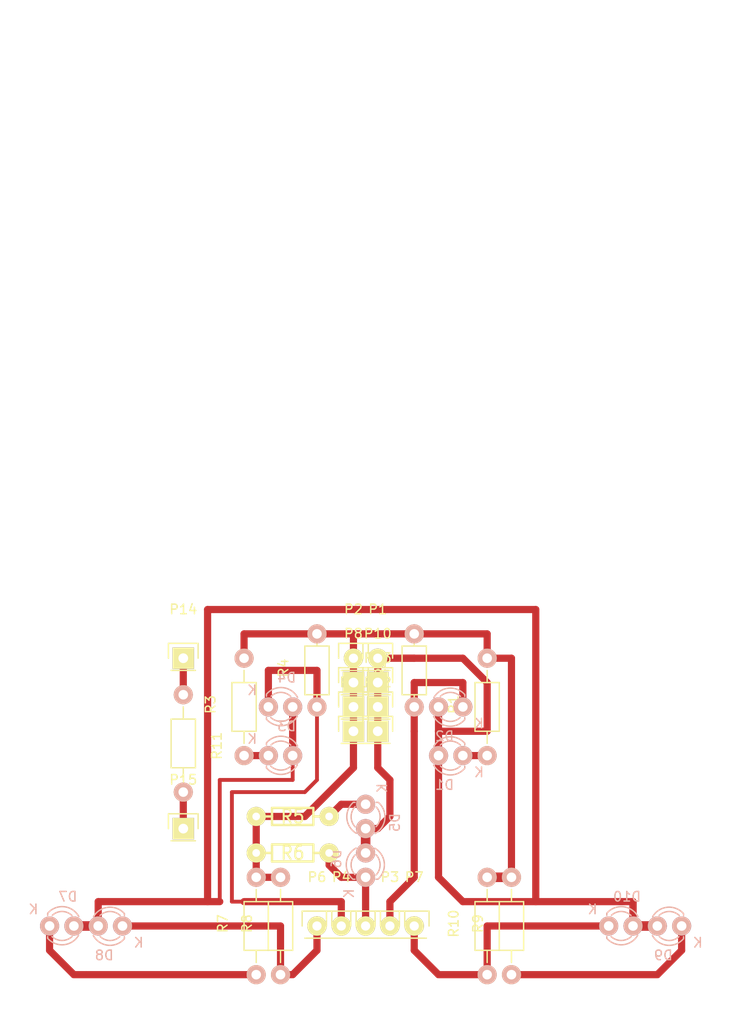
<source format=kicad_pcb>
(kicad_pcb (version 4) (host pcbnew 4.0.2+dfsg1-stable)

  (general
    (links 43)
    (no_connects 0)
    (area 109.119999 32.919999 185.520001 139.800001)
    (thickness 1.6)
    (drawings 7)
    (tracks 98)
    (zones 0)
    (modules 36)
    (nets 15)
  )

  (page A4)
  (layers
    (0 F.Cu signal)
    (31 B.Cu signal)
    (32 B.Adhes user)
    (33 F.Adhes user)
    (34 B.Paste user)
    (35 F.Paste user)
    (36 B.SilkS user)
    (37 F.SilkS user)
    (38 B.Mask user)
    (39 F.Mask user)
    (40 Dwgs.User user)
    (41 Cmts.User user)
    (42 Eco1.User user)
    (43 Eco2.User user)
    (44 Edge.Cuts user)
    (45 Margin user)
    (46 B.CrtYd user)
    (47 F.CrtYd user)
    (48 B.Fab user)
    (49 F.Fab user)
  )

  (setup
    (last_trace_width 0.25)
    (user_trace_width 0.4)
    (user_trace_width 0.75)
    (user_trace_width 1)
    (trace_clearance 0.2)
    (zone_clearance 0.508)
    (zone_45_only no)
    (trace_min 0.2)
    (segment_width 0.2)
    (edge_width 0.1)
    (via_size 0.6)
    (via_drill 0.4)
    (via_min_size 0.4)
    (via_min_drill 0.3)
    (uvia_size 0.3)
    (uvia_drill 0.1)
    (uvias_allowed no)
    (uvia_min_size 0.2)
    (uvia_min_drill 0.1)
    (pcb_text_width 0.3)
    (pcb_text_size 1.5 1.5)
    (mod_edge_width 0.15)
    (mod_text_size 1 1)
    (mod_text_width 0.15)
    (pad_size 1.5 1.5)
    (pad_drill 0.6)
    (pad_to_mask_clearance 0)
    (aux_axis_origin 0 0)
    (visible_elements FFFFFFFF)
    (pcbplotparams
      (layerselection 0x00000_00000001)
      (usegerberextensions false)
      (excludeedgelayer true)
      (linewidth 0.100000)
      (plotframeref false)
      (viasonmask false)
      (mode 1)
      (useauxorigin false)
      (hpglpennumber 1)
      (hpglpenspeed 20)
      (hpglpendiameter 15)
      (hpglpenoverlay 2)
      (psnegative false)
      (psa4output false)
      (plotreference true)
      (plotvalue true)
      (plotinvisibletext false)
      (padsonsilk false)
      (subtractmaskfromsilk false)
      (outputformat 1)
      (mirror false)
      (drillshape 0)
      (scaleselection 1)
      (outputdirectory ""))
  )

  (net 0 "")
  (net 1 "Net-(D1-Pad1)")
  (net 2 "Net-(D1-Pad2)")
  (net 3 "Net-(D2-Pad1)")
  (net 4 "Net-(D3-Pad1)")
  (net 5 "Net-(D4-Pad1)")
  (net 6 "Net-(D5-Pad1)")
  (net 7 "Net-(D6-Pad1)")
  (net 8 "Net-(D7-Pad1)")
  (net 9 "Net-(D8-Pad1)")
  (net 10 "Net-(D9-Pad1)")
  (net 11 "Net-(D10-Pad1)")
  (net 12 "Net-(P11-Pad1)")
  (net 13 "Net-(P14-Pad1)")
  (net 14 "Net-(P15-Pad1)")

  (net_class Default "This is the default net class."
    (clearance 0.2)
    (trace_width 0.25)
    (via_dia 0.6)
    (via_drill 0.4)
    (uvia_dia 0.3)
    (uvia_drill 0.1)
    (add_net "Net-(D1-Pad1)")
    (add_net "Net-(D1-Pad2)")
    (add_net "Net-(D10-Pad1)")
    (add_net "Net-(D2-Pad1)")
    (add_net "Net-(D3-Pad1)")
    (add_net "Net-(D4-Pad1)")
    (add_net "Net-(D5-Pad1)")
    (add_net "Net-(D6-Pad1)")
    (add_net "Net-(D7-Pad1)")
    (add_net "Net-(D8-Pad1)")
    (add_net "Net-(D9-Pad1)")
    (add_net "Net-(P11-Pad1)")
    (add_net "Net-(P14-Pad1)")
    (add_net "Net-(P15-Pad1)")
  )

  (module Resistors_ThroughHole:Resistor_Horizontal_RM10mm (layer F.Cu) (tedit 570E36B2) (tstamp 56E98710)
    (at 142.24 107.95 90)
    (descr "Resistor, Axial,  RM 10mm, 1/3W")
    (tags "Resistor Axial RM 10mm 1/3W")
    (path /56E975A1)
    (fp_text reference R4 (at 5.32892 -3.50012 90) (layer F.SilkS)
      (effects (font (size 1 1) (thickness 0.15)))
    )
    (fp_text value 510k (at 5.08 3.81 90) (layer F.Fab)
      (effects (font (size 1 1) (thickness 0.15)))
    )
    (fp_line (start -1.25 -1.5) (end 11.4 -1.5) (layer F.CrtYd) (width 0.05))
    (fp_line (start -1.25 1.5) (end -1.25 -1.5) (layer F.CrtYd) (width 0.05))
    (fp_line (start 11.4 -1.5) (end 11.4 1.5) (layer F.CrtYd) (width 0.05))
    (fp_line (start -1.25 1.5) (end 11.4 1.5) (layer F.CrtYd) (width 0.05))
    (fp_line (start 2.54 -1.27) (end 7.62 -1.27) (layer F.SilkS) (width 0.15))
    (fp_line (start 7.62 -1.27) (end 7.62 1.27) (layer F.SilkS) (width 0.15))
    (fp_line (start 7.62 1.27) (end 2.54 1.27) (layer F.SilkS) (width 0.15))
    (fp_line (start 2.54 1.27) (end 2.54 -1.27) (layer F.SilkS) (width 0.15))
    (fp_line (start 2.54 0) (end 1.27 0) (layer F.SilkS) (width 0.15))
    (fp_line (start 7.62 0) (end 8.89 0) (layer F.SilkS) (width 0.15))
    (pad 1 thru_hole circle (at 1.27 0 90) (size 1.99898 1.99898) (drill 1.00076) (layers *.Cu *.SilkS *.Mask)
      (net 5 "Net-(D4-Pad1)"))
    (pad 2 thru_hole circle (at 8.89 0 90) (size 1.99898 1.99898) (drill 1.00076) (layers *.Cu *.SilkS *.Mask)
      (net 12 "Net-(P11-Pad1)"))
    (model Resistors_ThroughHole.3dshapes/Resistor_Horizontal_RM10mm.wrl
      (at (xyz 0 0 0))
      (scale (xyz 0.4 0.4 0.4))
      (rotate (xyz 0 0 0))
    )
  )

  (module Resistors_ThroughHole:Resistor_Horizontal_RM10mm (layer F.Cu) (tedit 570E3694) (tstamp 56E98704)
    (at 152.4 107.95 90)
    (descr "Resistor, Axial,  RM 10mm, 1/3W")
    (tags "Resistor Axial RM 10mm 1/3W")
    (path /56E9759F)
    (fp_text reference R2 (at 5.32892 -3.50012 90) (layer F.SilkS)
      (effects (font (size 1 1) (thickness 0.15)))
    )
    (fp_text value 510k (at 5.08 3.81 90) (layer F.Fab)
      (effects (font (size 1 1) (thickness 0.15)))
    )
    (fp_line (start -1.25 -1.5) (end 11.4 -1.5) (layer F.CrtYd) (width 0.05))
    (fp_line (start -1.25 1.5) (end -1.25 -1.5) (layer F.CrtYd) (width 0.05))
    (fp_line (start 11.4 -1.5) (end 11.4 1.5) (layer F.CrtYd) (width 0.05))
    (fp_line (start -1.25 1.5) (end 11.4 1.5) (layer F.CrtYd) (width 0.05))
    (fp_line (start 2.54 -1.27) (end 7.62 -1.27) (layer F.SilkS) (width 0.15))
    (fp_line (start 7.62 -1.27) (end 7.62 1.27) (layer F.SilkS) (width 0.15))
    (fp_line (start 7.62 1.27) (end 2.54 1.27) (layer F.SilkS) (width 0.15))
    (fp_line (start 2.54 1.27) (end 2.54 -1.27) (layer F.SilkS) (width 0.15))
    (fp_line (start 2.54 0) (end 1.27 0) (layer F.SilkS) (width 0.15))
    (fp_line (start 7.62 0) (end 8.89 0) (layer F.SilkS) (width 0.15))
    (pad 1 thru_hole circle (at 1.27 0 90) (size 1.99898 1.99898) (drill 1.00076) (layers *.Cu *.SilkS *.Mask)
      (net 3 "Net-(D2-Pad1)"))
    (pad 2 thru_hole circle (at 8.89 0 90) (size 1.99898 1.99898) (drill 1.00076) (layers *.Cu *.SilkS *.Mask)
      (net 12 "Net-(P11-Pad1)"))
    (model Resistors_ThroughHole.3dshapes/Resistor_Horizontal_RM10mm.wrl
      (at (xyz 0 0 0))
      (scale (xyz 0.4 0.4 0.4))
      (rotate (xyz 0 0 0))
    )
  )

  (module LEDs:LED-3MM (layer B.Cu) (tedit 56E984C9) (tstamp 56E9869F)
    (at 157.48 111.76 180)
    (descr "LED 3mm round vertical")
    (tags "LED  3mm round vertical")
    (path /56E97596)
    (fp_text reference D1 (at 1.91 -3.06 180) (layer B.SilkS)
      (effects (font (size 1 1) (thickness 0.15)) (justify mirror))
    )
    (fp_text value LED (at 1.3 2.9 180) (layer B.Fab)
      (effects (font (size 1 1) (thickness 0.15)) (justify mirror))
    )
    (fp_line (start -1.2 -2.3) (end 3.8 -2.3) (layer B.CrtYd) (width 0.05))
    (fp_line (start 3.8 -2.3) (end 3.8 2.2) (layer B.CrtYd) (width 0.05))
    (fp_line (start 3.8 2.2) (end -1.2 2.2) (layer B.CrtYd) (width 0.05))
    (fp_line (start -1.2 2.2) (end -1.2 -2.3) (layer B.CrtYd) (width 0.05))
    (fp_line (start -0.199 -1.314) (end -0.199 -1.114) (layer B.SilkS) (width 0.15))
    (fp_line (start -0.199 1.28) (end -0.199 1.1) (layer B.SilkS) (width 0.15))
    (fp_arc (start 1.301 -0.034) (end -0.199 1.286) (angle -108.5) (layer B.SilkS) (width 0.15))
    (fp_arc (start 1.301 -0.034) (end 0.25 1.1) (angle -85.7) (layer B.SilkS) (width 0.15))
    (fp_arc (start 1.311 -0.034) (end 3.051 -0.994) (angle -110) (layer B.SilkS) (width 0.15))
    (fp_arc (start 1.301 -0.034) (end 2.335 -1.094) (angle -87.5) (layer B.SilkS) (width 0.15))
    (fp_text user K (at -1.69 -1.74 180) (layer B.SilkS)
      (effects (font (size 1 1) (thickness 0.15)) (justify mirror))
    )
    (pad 1 thru_hole circle (at 0 0 180) (size 2 2) (drill 1.00076) (layers *.Cu *.Mask B.SilkS)
      (net 1 "Net-(D1-Pad1)"))
    (pad 2 thru_hole circle (at 2.54 0 180) (size 2 2) (drill 1.00076) (layers *.Cu *.Mask B.SilkS)
      (net 2 "Net-(D1-Pad2)"))
    (model LEDs.3dshapes/LED-3MM.wrl
      (at (xyz 0.05 0 0))
      (scale (xyz 1 1 1))
      (rotate (xyz 0 0 90))
    )
  )

  (module LEDs:LED-3MM (layer B.Cu) (tedit 56E984C9) (tstamp 56E986A5)
    (at 157.48 106.68 180)
    (descr "LED 3mm round vertical")
    (tags "LED  3mm round vertical")
    (path /56E97597)
    (fp_text reference D2 (at 1.91 -3.06 180) (layer B.SilkS)
      (effects (font (size 1 1) (thickness 0.15)) (justify mirror))
    )
    (fp_text value LED (at 1.3 2.9 180) (layer B.Fab)
      (effects (font (size 1 1) (thickness 0.15)) (justify mirror))
    )
    (fp_line (start -1.2 -2.3) (end 3.8 -2.3) (layer B.CrtYd) (width 0.05))
    (fp_line (start 3.8 -2.3) (end 3.8 2.2) (layer B.CrtYd) (width 0.05))
    (fp_line (start 3.8 2.2) (end -1.2 2.2) (layer B.CrtYd) (width 0.05))
    (fp_line (start -1.2 2.2) (end -1.2 -2.3) (layer B.CrtYd) (width 0.05))
    (fp_line (start -0.199 -1.314) (end -0.199 -1.114) (layer B.SilkS) (width 0.15))
    (fp_line (start -0.199 1.28) (end -0.199 1.1) (layer B.SilkS) (width 0.15))
    (fp_arc (start 1.301 -0.034) (end -0.199 1.286) (angle -108.5) (layer B.SilkS) (width 0.15))
    (fp_arc (start 1.301 -0.034) (end 0.25 1.1) (angle -85.7) (layer B.SilkS) (width 0.15))
    (fp_arc (start 1.311 -0.034) (end 3.051 -0.994) (angle -110) (layer B.SilkS) (width 0.15))
    (fp_arc (start 1.301 -0.034) (end 2.335 -1.094) (angle -87.5) (layer B.SilkS) (width 0.15))
    (fp_text user K (at -1.69 -1.74 180) (layer B.SilkS)
      (effects (font (size 1 1) (thickness 0.15)) (justify mirror))
    )
    (pad 1 thru_hole circle (at 0 0 180) (size 2 2) (drill 1.00076) (layers *.Cu *.Mask B.SilkS)
      (net 3 "Net-(D2-Pad1)"))
    (pad 2 thru_hole circle (at 2.54 0 180) (size 2 2) (drill 1.00076) (layers *.Cu *.Mask B.SilkS)
      (net 2 "Net-(D1-Pad2)"))
    (model LEDs.3dshapes/LED-3MM.wrl
      (at (xyz 0.05 0 0))
      (scale (xyz 1 1 1))
      (rotate (xyz 0 0 90))
    )
  )

  (module LEDs:LED-3MM (layer B.Cu) (tedit 56E984C9) (tstamp 56E986AB)
    (at 137.16 111.76)
    (descr "LED 3mm round vertical")
    (tags "LED  3mm round vertical")
    (path /56E97598)
    (fp_text reference D3 (at 1.91 -3.06) (layer B.SilkS)
      (effects (font (size 1 1) (thickness 0.15)) (justify mirror))
    )
    (fp_text value LED (at 1.3 2.9) (layer B.Fab)
      (effects (font (size 1 1) (thickness 0.15)) (justify mirror))
    )
    (fp_line (start -1.2 -2.3) (end 3.8 -2.3) (layer B.CrtYd) (width 0.05))
    (fp_line (start 3.8 -2.3) (end 3.8 2.2) (layer B.CrtYd) (width 0.05))
    (fp_line (start 3.8 2.2) (end -1.2 2.2) (layer B.CrtYd) (width 0.05))
    (fp_line (start -1.2 2.2) (end -1.2 -2.3) (layer B.CrtYd) (width 0.05))
    (fp_line (start -0.199 -1.314) (end -0.199 -1.114) (layer B.SilkS) (width 0.15))
    (fp_line (start -0.199 1.28) (end -0.199 1.1) (layer B.SilkS) (width 0.15))
    (fp_arc (start 1.301 -0.034) (end -0.199 1.286) (angle -108.5) (layer B.SilkS) (width 0.15))
    (fp_arc (start 1.301 -0.034) (end 0.25 1.1) (angle -85.7) (layer B.SilkS) (width 0.15))
    (fp_arc (start 1.311 -0.034) (end 3.051 -0.994) (angle -110) (layer B.SilkS) (width 0.15))
    (fp_arc (start 1.301 -0.034) (end 2.335 -1.094) (angle -87.5) (layer B.SilkS) (width 0.15))
    (fp_text user K (at -1.69 -1.74) (layer B.SilkS)
      (effects (font (size 1 1) (thickness 0.15)) (justify mirror))
    )
    (pad 1 thru_hole circle (at 0 0) (size 2 2) (drill 1.00076) (layers *.Cu *.Mask B.SilkS)
      (net 4 "Net-(D3-Pad1)"))
    (pad 2 thru_hole circle (at 2.54 0) (size 2 2) (drill 1.00076) (layers *.Cu *.Mask B.SilkS)
      (net 2 "Net-(D1-Pad2)"))
    (model LEDs.3dshapes/LED-3MM.wrl
      (at (xyz 0.05 0 0))
      (scale (xyz 1 1 1))
      (rotate (xyz 0 0 90))
    )
  )

  (module LEDs:LED-3MM (layer B.Cu) (tedit 56E984C9) (tstamp 56E986B1)
    (at 137.16 106.68)
    (descr "LED 3mm round vertical")
    (tags "LED  3mm round vertical")
    (path /56E97599)
    (fp_text reference D4 (at 1.91 -3.06) (layer B.SilkS)
      (effects (font (size 1 1) (thickness 0.15)) (justify mirror))
    )
    (fp_text value LED (at 1.3 2.9) (layer B.Fab)
      (effects (font (size 1 1) (thickness 0.15)) (justify mirror))
    )
    (fp_line (start -1.2 -2.3) (end 3.8 -2.3) (layer B.CrtYd) (width 0.05))
    (fp_line (start 3.8 -2.3) (end 3.8 2.2) (layer B.CrtYd) (width 0.05))
    (fp_line (start 3.8 2.2) (end -1.2 2.2) (layer B.CrtYd) (width 0.05))
    (fp_line (start -1.2 2.2) (end -1.2 -2.3) (layer B.CrtYd) (width 0.05))
    (fp_line (start -0.199 -1.314) (end -0.199 -1.114) (layer B.SilkS) (width 0.15))
    (fp_line (start -0.199 1.28) (end -0.199 1.1) (layer B.SilkS) (width 0.15))
    (fp_arc (start 1.301 -0.034) (end -0.199 1.286) (angle -108.5) (layer B.SilkS) (width 0.15))
    (fp_arc (start 1.301 -0.034) (end 0.25 1.1) (angle -85.7) (layer B.SilkS) (width 0.15))
    (fp_arc (start 1.311 -0.034) (end 3.051 -0.994) (angle -110) (layer B.SilkS) (width 0.15))
    (fp_arc (start 1.301 -0.034) (end 2.335 -1.094) (angle -87.5) (layer B.SilkS) (width 0.15))
    (fp_text user K (at -1.69 -1.74) (layer B.SilkS)
      (effects (font (size 1 1) (thickness 0.15)) (justify mirror))
    )
    (pad 1 thru_hole circle (at 0 0) (size 2 2) (drill 1.00076) (layers *.Cu *.Mask B.SilkS)
      (net 5 "Net-(D4-Pad1)"))
    (pad 2 thru_hole circle (at 2.54 0) (size 2 2) (drill 1.00076) (layers *.Cu *.Mask B.SilkS)
      (net 2 "Net-(D1-Pad2)"))
    (model LEDs.3dshapes/LED-3MM.wrl
      (at (xyz 0.05 0 0))
      (scale (xyz 1 1 1))
      (rotate (xyz 0 0 90))
    )
  )

  (module LEDs:LED-3MM (layer B.Cu) (tedit 56E984C9) (tstamp 56E986B7)
    (at 147.32 116.84 270)
    (descr "LED 3mm round vertical")
    (tags "LED  3mm round vertical")
    (path /56E97594)
    (fp_text reference D5 (at 1.91 -3.06 270) (layer B.SilkS)
      (effects (font (size 1 1) (thickness 0.15)) (justify mirror))
    )
    (fp_text value LED (at 1.3 2.9 270) (layer B.Fab)
      (effects (font (size 1 1) (thickness 0.15)) (justify mirror))
    )
    (fp_line (start -1.2 -2.3) (end 3.8 -2.3) (layer B.CrtYd) (width 0.05))
    (fp_line (start 3.8 -2.3) (end 3.8 2.2) (layer B.CrtYd) (width 0.05))
    (fp_line (start 3.8 2.2) (end -1.2 2.2) (layer B.CrtYd) (width 0.05))
    (fp_line (start -1.2 2.2) (end -1.2 -2.3) (layer B.CrtYd) (width 0.05))
    (fp_line (start -0.199 -1.314) (end -0.199 -1.114) (layer B.SilkS) (width 0.15))
    (fp_line (start -0.199 1.28) (end -0.199 1.1) (layer B.SilkS) (width 0.15))
    (fp_arc (start 1.301 -0.034) (end -0.199 1.286) (angle -108.5) (layer B.SilkS) (width 0.15))
    (fp_arc (start 1.301 -0.034) (end 0.25 1.1) (angle -85.7) (layer B.SilkS) (width 0.15))
    (fp_arc (start 1.311 -0.034) (end 3.051 -0.994) (angle -110) (layer B.SilkS) (width 0.15))
    (fp_arc (start 1.301 -0.034) (end 2.335 -1.094) (angle -87.5) (layer B.SilkS) (width 0.15))
    (fp_text user K (at -1.69 -1.74 270) (layer B.SilkS)
      (effects (font (size 1 1) (thickness 0.15)) (justify mirror))
    )
    (pad 1 thru_hole circle (at 0 0 270) (size 2 2) (drill 1.00076) (layers *.Cu *.Mask B.SilkS)
      (net 6 "Net-(D5-Pad1)"))
    (pad 2 thru_hole circle (at 2.54 0 270) (size 2 2) (drill 1.00076) (layers *.Cu *.Mask B.SilkS)
      (net 2 "Net-(D1-Pad2)"))
    (model LEDs.3dshapes/LED-3MM.wrl
      (at (xyz 0.05 0 0))
      (scale (xyz 1 1 1))
      (rotate (xyz 0 0 90))
    )
  )

  (module LEDs:LED-3MM (layer B.Cu) (tedit 56E984C9) (tstamp 56E986BD)
    (at 147.32 124.46 90)
    (descr "LED 3mm round vertical")
    (tags "LED  3mm round vertical")
    (path /56E97595)
    (fp_text reference D6 (at 1.91 -3.06 90) (layer B.SilkS)
      (effects (font (size 1 1) (thickness 0.15)) (justify mirror))
    )
    (fp_text value LED (at 1.3 2.9 90) (layer B.Fab)
      (effects (font (size 1 1) (thickness 0.15)) (justify mirror))
    )
    (fp_line (start -1.2 -2.3) (end 3.8 -2.3) (layer B.CrtYd) (width 0.05))
    (fp_line (start 3.8 -2.3) (end 3.8 2.2) (layer B.CrtYd) (width 0.05))
    (fp_line (start 3.8 2.2) (end -1.2 2.2) (layer B.CrtYd) (width 0.05))
    (fp_line (start -1.2 2.2) (end -1.2 -2.3) (layer B.CrtYd) (width 0.05))
    (fp_line (start -0.199 -1.314) (end -0.199 -1.114) (layer B.SilkS) (width 0.15))
    (fp_line (start -0.199 1.28) (end -0.199 1.1) (layer B.SilkS) (width 0.15))
    (fp_arc (start 1.301 -0.034) (end -0.199 1.286) (angle -108.5) (layer B.SilkS) (width 0.15))
    (fp_arc (start 1.301 -0.034) (end 0.25 1.1) (angle -85.7) (layer B.SilkS) (width 0.15))
    (fp_arc (start 1.311 -0.034) (end 3.051 -0.994) (angle -110) (layer B.SilkS) (width 0.15))
    (fp_arc (start 1.301 -0.034) (end 2.335 -1.094) (angle -87.5) (layer B.SilkS) (width 0.15))
    (fp_text user K (at -1.69 -1.74 90) (layer B.SilkS)
      (effects (font (size 1 1) (thickness 0.15)) (justify mirror))
    )
    (pad 1 thru_hole circle (at 0 0 90) (size 2 2) (drill 1.00076) (layers *.Cu *.Mask B.SilkS)
      (net 7 "Net-(D6-Pad1)"))
    (pad 2 thru_hole circle (at 2.54 0 90) (size 2 2) (drill 1.00076) (layers *.Cu *.Mask B.SilkS)
      (net 2 "Net-(D1-Pad2)"))
    (model LEDs.3dshapes/LED-3MM.wrl
      (at (xyz 0.05 0 0))
      (scale (xyz 1 1 1))
      (rotate (xyz 0 0 90))
    )
  )

  (module LEDs:LED-3MM (layer B.Cu) (tedit 56E984C9) (tstamp 56E986C3)
    (at 114.3 129.54)
    (descr "LED 3mm round vertical")
    (tags "LED  3mm round vertical")
    (path /56E9759A)
    (fp_text reference D7 (at 1.91 -3.06) (layer B.SilkS)
      (effects (font (size 1 1) (thickness 0.15)) (justify mirror))
    )
    (fp_text value LED (at 1.3 2.9) (layer B.Fab)
      (effects (font (size 1 1) (thickness 0.15)) (justify mirror))
    )
    (fp_line (start -1.2 -2.3) (end 3.8 -2.3) (layer B.CrtYd) (width 0.05))
    (fp_line (start 3.8 -2.3) (end 3.8 2.2) (layer B.CrtYd) (width 0.05))
    (fp_line (start 3.8 2.2) (end -1.2 2.2) (layer B.CrtYd) (width 0.05))
    (fp_line (start -1.2 2.2) (end -1.2 -2.3) (layer B.CrtYd) (width 0.05))
    (fp_line (start -0.199 -1.314) (end -0.199 -1.114) (layer B.SilkS) (width 0.15))
    (fp_line (start -0.199 1.28) (end -0.199 1.1) (layer B.SilkS) (width 0.15))
    (fp_arc (start 1.301 -0.034) (end -0.199 1.286) (angle -108.5) (layer B.SilkS) (width 0.15))
    (fp_arc (start 1.301 -0.034) (end 0.25 1.1) (angle -85.7) (layer B.SilkS) (width 0.15))
    (fp_arc (start 1.311 -0.034) (end 3.051 -0.994) (angle -110) (layer B.SilkS) (width 0.15))
    (fp_arc (start 1.301 -0.034) (end 2.335 -1.094) (angle -87.5) (layer B.SilkS) (width 0.15))
    (fp_text user K (at -1.69 -1.74) (layer B.SilkS)
      (effects (font (size 1 1) (thickness 0.15)) (justify mirror))
    )
    (pad 1 thru_hole circle (at 0 0) (size 2 2) (drill 1.00076) (layers *.Cu *.Mask B.SilkS)
      (net 8 "Net-(D7-Pad1)"))
    (pad 2 thru_hole circle (at 2.54 0) (size 2 2) (drill 1.00076) (layers *.Cu *.Mask B.SilkS)
      (net 2 "Net-(D1-Pad2)"))
    (model LEDs.3dshapes/LED-3MM.wrl
      (at (xyz 0.05 0 0))
      (scale (xyz 1 1 1))
      (rotate (xyz 0 0 90))
    )
  )

  (module LEDs:LED-3MM (layer B.Cu) (tedit 56E984C9) (tstamp 56E986C9)
    (at 121.92 129.54 180)
    (descr "LED 3mm round vertical")
    (tags "LED  3mm round vertical")
    (path /56E9759B)
    (fp_text reference D8 (at 1.91 -3.06 180) (layer B.SilkS)
      (effects (font (size 1 1) (thickness 0.15)) (justify mirror))
    )
    (fp_text value LED (at 1.3 2.9 180) (layer B.Fab)
      (effects (font (size 1 1) (thickness 0.15)) (justify mirror))
    )
    (fp_line (start -1.2 -2.3) (end 3.8 -2.3) (layer B.CrtYd) (width 0.05))
    (fp_line (start 3.8 -2.3) (end 3.8 2.2) (layer B.CrtYd) (width 0.05))
    (fp_line (start 3.8 2.2) (end -1.2 2.2) (layer B.CrtYd) (width 0.05))
    (fp_line (start -1.2 2.2) (end -1.2 -2.3) (layer B.CrtYd) (width 0.05))
    (fp_line (start -0.199 -1.314) (end -0.199 -1.114) (layer B.SilkS) (width 0.15))
    (fp_line (start -0.199 1.28) (end -0.199 1.1) (layer B.SilkS) (width 0.15))
    (fp_arc (start 1.301 -0.034) (end -0.199 1.286) (angle -108.5) (layer B.SilkS) (width 0.15))
    (fp_arc (start 1.301 -0.034) (end 0.25 1.1) (angle -85.7) (layer B.SilkS) (width 0.15))
    (fp_arc (start 1.311 -0.034) (end 3.051 -0.994) (angle -110) (layer B.SilkS) (width 0.15))
    (fp_arc (start 1.301 -0.034) (end 2.335 -1.094) (angle -87.5) (layer B.SilkS) (width 0.15))
    (fp_text user K (at -1.69 -1.74 180) (layer B.SilkS)
      (effects (font (size 1 1) (thickness 0.15)) (justify mirror))
    )
    (pad 1 thru_hole circle (at 0 0 180) (size 2 2) (drill 1.00076) (layers *.Cu *.Mask B.SilkS)
      (net 9 "Net-(D8-Pad1)"))
    (pad 2 thru_hole circle (at 2.54 0 180) (size 2 2) (drill 1.00076) (layers *.Cu *.Mask B.SilkS)
      (net 2 "Net-(D1-Pad2)"))
    (model LEDs.3dshapes/LED-3MM.wrl
      (at (xyz 0.05 0 0))
      (scale (xyz 1 1 1))
      (rotate (xyz 0 0 90))
    )
  )

  (module LEDs:LED-3MM (layer B.Cu) (tedit 56E984C9) (tstamp 56E986CF)
    (at 180.34 129.54 180)
    (descr "LED 3mm round vertical")
    (tags "LED  3mm round vertical")
    (path /56E9759C)
    (fp_text reference D9 (at 1.91 -3.06 180) (layer B.SilkS)
      (effects (font (size 1 1) (thickness 0.15)) (justify mirror))
    )
    (fp_text value LED (at 1.3 2.9 180) (layer B.Fab)
      (effects (font (size 1 1) (thickness 0.15)) (justify mirror))
    )
    (fp_line (start -1.2 -2.3) (end 3.8 -2.3) (layer B.CrtYd) (width 0.05))
    (fp_line (start 3.8 -2.3) (end 3.8 2.2) (layer B.CrtYd) (width 0.05))
    (fp_line (start 3.8 2.2) (end -1.2 2.2) (layer B.CrtYd) (width 0.05))
    (fp_line (start -1.2 2.2) (end -1.2 -2.3) (layer B.CrtYd) (width 0.05))
    (fp_line (start -0.199 -1.314) (end -0.199 -1.114) (layer B.SilkS) (width 0.15))
    (fp_line (start -0.199 1.28) (end -0.199 1.1) (layer B.SilkS) (width 0.15))
    (fp_arc (start 1.301 -0.034) (end -0.199 1.286) (angle -108.5) (layer B.SilkS) (width 0.15))
    (fp_arc (start 1.301 -0.034) (end 0.25 1.1) (angle -85.7) (layer B.SilkS) (width 0.15))
    (fp_arc (start 1.311 -0.034) (end 3.051 -0.994) (angle -110) (layer B.SilkS) (width 0.15))
    (fp_arc (start 1.301 -0.034) (end 2.335 -1.094) (angle -87.5) (layer B.SilkS) (width 0.15))
    (fp_text user K (at -1.69 -1.74 180) (layer B.SilkS)
      (effects (font (size 1 1) (thickness 0.15)) (justify mirror))
    )
    (pad 1 thru_hole circle (at 0 0 180) (size 2 2) (drill 1.00076) (layers *.Cu *.Mask B.SilkS)
      (net 10 "Net-(D9-Pad1)"))
    (pad 2 thru_hole circle (at 2.54 0 180) (size 2 2) (drill 1.00076) (layers *.Cu *.Mask B.SilkS)
      (net 2 "Net-(D1-Pad2)"))
    (model LEDs.3dshapes/LED-3MM.wrl
      (at (xyz 0.05 0 0))
      (scale (xyz 1 1 1))
      (rotate (xyz 0 0 90))
    )
  )

  (module LEDs:LED-3MM (layer B.Cu) (tedit 56E984C9) (tstamp 56E986D5)
    (at 172.72 129.54)
    (descr "LED 3mm round vertical")
    (tags "LED  3mm round vertical")
    (path /56E9759D)
    (fp_text reference D10 (at 1.91 -3.06) (layer B.SilkS)
      (effects (font (size 1 1) (thickness 0.15)) (justify mirror))
    )
    (fp_text value LED (at 1.3 2.9) (layer B.Fab)
      (effects (font (size 1 1) (thickness 0.15)) (justify mirror))
    )
    (fp_line (start -1.2 -2.3) (end 3.8 -2.3) (layer B.CrtYd) (width 0.05))
    (fp_line (start 3.8 -2.3) (end 3.8 2.2) (layer B.CrtYd) (width 0.05))
    (fp_line (start 3.8 2.2) (end -1.2 2.2) (layer B.CrtYd) (width 0.05))
    (fp_line (start -1.2 2.2) (end -1.2 -2.3) (layer B.CrtYd) (width 0.05))
    (fp_line (start -0.199 -1.314) (end -0.199 -1.114) (layer B.SilkS) (width 0.15))
    (fp_line (start -0.199 1.28) (end -0.199 1.1) (layer B.SilkS) (width 0.15))
    (fp_arc (start 1.301 -0.034) (end -0.199 1.286) (angle -108.5) (layer B.SilkS) (width 0.15))
    (fp_arc (start 1.301 -0.034) (end 0.25 1.1) (angle -85.7) (layer B.SilkS) (width 0.15))
    (fp_arc (start 1.311 -0.034) (end 3.051 -0.994) (angle -110) (layer B.SilkS) (width 0.15))
    (fp_arc (start 1.301 -0.034) (end 2.335 -1.094) (angle -87.5) (layer B.SilkS) (width 0.15))
    (fp_text user K (at -1.69 -1.74) (layer B.SilkS)
      (effects (font (size 1 1) (thickness 0.15)) (justify mirror))
    )
    (pad 1 thru_hole circle (at 0 0) (size 2 2) (drill 1.00076) (layers *.Cu *.Mask B.SilkS)
      (net 11 "Net-(D10-Pad1)"))
    (pad 2 thru_hole circle (at 2.54 0) (size 2 2) (drill 1.00076) (layers *.Cu *.Mask B.SilkS)
      (net 2 "Net-(D1-Pad2)"))
    (model LEDs.3dshapes/LED-3MM.wrl
      (at (xyz 0.05 0 0))
      (scale (xyz 1 1 1))
      (rotate (xyz 0 0 90))
    )
  )

  (module Pin_Headers:Pin_Header_Straight_1x01 (layer F.Cu) (tedit 56E98611) (tstamp 56E986DA)
    (at 148.59 101.6)
    (descr "Through hole pin header")
    (tags "pin header")
    (path /56E975A8)
    (fp_text reference P1 (at 0 -5.1) (layer F.SilkS)
      (effects (font (size 1 1) (thickness 0.15)))
    )
    (fp_text value CONN_01X01 (at 0 -3.1) (layer F.Fab)
      (effects (font (size 1 1) (thickness 0.15)))
    )
    (fp_line (start 1.55 -1.55) (end 1.55 0) (layer F.SilkS) (width 0.15))
    (fp_line (start -1.75 -1.75) (end -1.75 1.75) (layer F.CrtYd) (width 0.05))
    (fp_line (start 1.75 -1.75) (end 1.75 1.75) (layer F.CrtYd) (width 0.05))
    (fp_line (start -1.75 -1.75) (end 1.75 -1.75) (layer F.CrtYd) (width 0.05))
    (fp_line (start -1.75 1.75) (end 1.75 1.75) (layer F.CrtYd) (width 0.05))
    (fp_line (start -1.55 0) (end -1.55 -1.55) (layer F.SilkS) (width 0.15))
    (fp_line (start -1.55 -1.55) (end 1.55 -1.55) (layer F.SilkS) (width 0.15))
    (fp_line (start -1.27 1.27) (end 1.27 1.27) (layer F.SilkS) (width 0.15))
    (pad 1 thru_hole circle (at 0 0) (size 2.024 2.024) (drill 0.962) (layers *.Cu *.Mask F.SilkS)
      (net 2 "Net-(D1-Pad2)"))
    (model Pin_Headers.3dshapes/Pin_Header_Straight_1x01.wrl
      (at (xyz 0 0 0))
      (scale (xyz 1 1 1))
      (rotate (xyz 0 0 90))
    )
  )

  (module Pin_Headers:Pin_Header_Straight_1x01 (layer F.Cu) (tedit 56E98611) (tstamp 56E986DF)
    (at 146.05 101.6)
    (descr "Through hole pin header")
    (tags "pin header")
    (path /56E975A9)
    (fp_text reference P2 (at 0 -5.1) (layer F.SilkS)
      (effects (font (size 1 1) (thickness 0.15)))
    )
    (fp_text value CONN_01X01 (at 0 -3.1) (layer F.Fab)
      (effects (font (size 1 1) (thickness 0.15)))
    )
    (fp_line (start 1.55 -1.55) (end 1.55 0) (layer F.SilkS) (width 0.15))
    (fp_line (start -1.75 -1.75) (end -1.75 1.75) (layer F.CrtYd) (width 0.05))
    (fp_line (start 1.75 -1.75) (end 1.75 1.75) (layer F.CrtYd) (width 0.05))
    (fp_line (start -1.75 -1.75) (end 1.75 -1.75) (layer F.CrtYd) (width 0.05))
    (fp_line (start -1.75 1.75) (end 1.75 1.75) (layer F.CrtYd) (width 0.05))
    (fp_line (start -1.55 0) (end -1.55 -1.55) (layer F.SilkS) (width 0.15))
    (fp_line (start -1.55 -1.55) (end 1.55 -1.55) (layer F.SilkS) (width 0.15))
    (fp_line (start -1.27 1.27) (end 1.27 1.27) (layer F.SilkS) (width 0.15))
    (pad 1 thru_hole circle (at 0 0) (size 2.024 2.024) (drill 0.962) (layers *.Cu *.Mask F.SilkS)
      (net 12 "Net-(P11-Pad1)"))
    (model Pin_Headers.3dshapes/Pin_Header_Straight_1x01.wrl
      (at (xyz 0 0 0))
      (scale (xyz 1 1 1))
      (rotate (xyz 0 0 90))
    )
  )

  (module Pin_Headers:Pin_Header_Straight_1x01 (layer F.Cu) (tedit 56E98611) (tstamp 56E986E4)
    (at 149.86 129.54)
    (descr "Through hole pin header")
    (tags "pin header")
    (path /56E975AB)
    (fp_text reference P3 (at 0 -5.1) (layer F.SilkS)
      (effects (font (size 1 1) (thickness 0.15)))
    )
    (fp_text value CONN_01X01 (at 0 -3.1) (layer F.Fab)
      (effects (font (size 1 1) (thickness 0.15)))
    )
    (fp_line (start 1.55 -1.55) (end 1.55 0) (layer F.SilkS) (width 0.15))
    (fp_line (start -1.75 -1.75) (end -1.75 1.75) (layer F.CrtYd) (width 0.05))
    (fp_line (start 1.75 -1.75) (end 1.75 1.75) (layer F.CrtYd) (width 0.05))
    (fp_line (start -1.75 -1.75) (end 1.75 -1.75) (layer F.CrtYd) (width 0.05))
    (fp_line (start -1.75 1.75) (end 1.75 1.75) (layer F.CrtYd) (width 0.05))
    (fp_line (start -1.55 0) (end -1.55 -1.55) (layer F.SilkS) (width 0.15))
    (fp_line (start -1.55 -1.55) (end 1.55 -1.55) (layer F.SilkS) (width 0.15))
    (fp_line (start -1.27 1.27) (end 1.27 1.27) (layer F.SilkS) (width 0.15))
    (pad 1 thru_hole circle (at 0 0) (size 2.024 2.024) (drill 0.962) (layers *.Cu *.Mask F.SilkS)
      (net 3 "Net-(D2-Pad1)"))
    (model Pin_Headers.3dshapes/Pin_Header_Straight_1x01.wrl
      (at (xyz 0 0 0))
      (scale (xyz 1 1 1))
      (rotate (xyz 0 0 90))
    )
  )

  (module Pin_Headers:Pin_Header_Straight_1x01 (layer F.Cu) (tedit 56E98611) (tstamp 56E986E9)
    (at 144.78 129.54)
    (descr "Through hole pin header")
    (tags "pin header")
    (path /56E975AA)
    (fp_text reference P4 (at 0 -5.1) (layer F.SilkS)
      (effects (font (size 1 1) (thickness 0.15)))
    )
    (fp_text value CONN_01X01 (at 0 -3.1) (layer F.Fab)
      (effects (font (size 1 1) (thickness 0.15)))
    )
    (fp_line (start 1.55 -1.55) (end 1.55 0) (layer F.SilkS) (width 0.15))
    (fp_line (start -1.75 -1.75) (end -1.75 1.75) (layer F.CrtYd) (width 0.05))
    (fp_line (start 1.75 -1.75) (end 1.75 1.75) (layer F.CrtYd) (width 0.05))
    (fp_line (start -1.75 -1.75) (end 1.75 -1.75) (layer F.CrtYd) (width 0.05))
    (fp_line (start -1.75 1.75) (end 1.75 1.75) (layer F.CrtYd) (width 0.05))
    (fp_line (start -1.55 0) (end -1.55 -1.55) (layer F.SilkS) (width 0.15))
    (fp_line (start -1.55 -1.55) (end 1.55 -1.55) (layer F.SilkS) (width 0.15))
    (fp_line (start -1.27 1.27) (end 1.27 1.27) (layer F.SilkS) (width 0.15))
    (pad 1 thru_hole circle (at 0 0) (size 2.024 2.024) (drill 0.962) (layers *.Cu *.Mask F.SilkS)
      (net 5 "Net-(D4-Pad1)"))
    (model Pin_Headers.3dshapes/Pin_Header_Straight_1x01.wrl
      (at (xyz 0 0 0))
      (scale (xyz 1 1 1))
      (rotate (xyz 0 0 90))
    )
  )

  (module Pin_Headers:Pin_Header_Straight_1x01 (layer F.Cu) (tedit 56E98611) (tstamp 56E986EE)
    (at 147.32 129.54)
    (descr "Through hole pin header")
    (tags "pin header")
    (path /56E975AC)
    (fp_text reference P5 (at 0 -5.1) (layer F.SilkS)
      (effects (font (size 1 1) (thickness 0.15)))
    )
    (fp_text value CONN_01X01 (at 0 -3.1) (layer F.Fab)
      (effects (font (size 1 1) (thickness 0.15)))
    )
    (fp_line (start 1.55 -1.55) (end 1.55 0) (layer F.SilkS) (width 0.15))
    (fp_line (start -1.75 -1.75) (end -1.75 1.75) (layer F.CrtYd) (width 0.05))
    (fp_line (start 1.75 -1.75) (end 1.75 1.75) (layer F.CrtYd) (width 0.05))
    (fp_line (start -1.75 -1.75) (end 1.75 -1.75) (layer F.CrtYd) (width 0.05))
    (fp_line (start -1.75 1.75) (end 1.75 1.75) (layer F.CrtYd) (width 0.05))
    (fp_line (start -1.55 0) (end -1.55 -1.55) (layer F.SilkS) (width 0.15))
    (fp_line (start -1.55 -1.55) (end 1.55 -1.55) (layer F.SilkS) (width 0.15))
    (fp_line (start -1.27 1.27) (end 1.27 1.27) (layer F.SilkS) (width 0.15))
    (pad 1 thru_hole circle (at 0 0) (size 2.024 2.024) (drill 0.962) (layers *.Cu *.Mask F.SilkS)
      (net 7 "Net-(D6-Pad1)"))
    (model Pin_Headers.3dshapes/Pin_Header_Straight_1x01.wrl
      (at (xyz 0 0 0))
      (scale (xyz 1 1 1))
      (rotate (xyz 0 0 90))
    )
  )

  (module Pin_Headers:Pin_Header_Straight_1x01 (layer F.Cu) (tedit 56E98611) (tstamp 56E986F3)
    (at 142.24 129.54)
    (descr "Through hole pin header")
    (tags "pin header")
    (path /56E975AD)
    (fp_text reference P6 (at 0 -5.1) (layer F.SilkS)
      (effects (font (size 1 1) (thickness 0.15)))
    )
    (fp_text value CONN_01X01 (at 0 -3.1) (layer F.Fab)
      (effects (font (size 1 1) (thickness 0.15)))
    )
    (fp_line (start 1.55 -1.55) (end 1.55 0) (layer F.SilkS) (width 0.15))
    (fp_line (start -1.75 -1.75) (end -1.75 1.75) (layer F.CrtYd) (width 0.05))
    (fp_line (start 1.75 -1.75) (end 1.75 1.75) (layer F.CrtYd) (width 0.05))
    (fp_line (start -1.75 -1.75) (end 1.75 -1.75) (layer F.CrtYd) (width 0.05))
    (fp_line (start -1.75 1.75) (end 1.75 1.75) (layer F.CrtYd) (width 0.05))
    (fp_line (start -1.55 0) (end -1.55 -1.55) (layer F.SilkS) (width 0.15))
    (fp_line (start -1.55 -1.55) (end 1.55 -1.55) (layer F.SilkS) (width 0.15))
    (fp_line (start -1.27 1.27) (end 1.27 1.27) (layer F.SilkS) (width 0.15))
    (pad 1 thru_hole circle (at 0 0) (size 2.024 2.024) (drill 0.962) (layers *.Cu *.Mask F.SilkS)
      (net 9 "Net-(D8-Pad1)"))
    (model Pin_Headers.3dshapes/Pin_Header_Straight_1x01.wrl
      (at (xyz 0 0 0))
      (scale (xyz 1 1 1))
      (rotate (xyz 0 0 90))
    )
  )

  (module Pin_Headers:Pin_Header_Straight_1x01 (layer F.Cu) (tedit 56E98611) (tstamp 56E986F8)
    (at 152.4 129.54)
    (descr "Through hole pin header")
    (tags "pin header")
    (path /56E975AE)
    (fp_text reference P7 (at 0 -5.1) (layer F.SilkS)
      (effects (font (size 1 1) (thickness 0.15)))
    )
    (fp_text value CONN_01X01 (at 0 -3.1) (layer F.Fab)
      (effects (font (size 1 1) (thickness 0.15)))
    )
    (fp_line (start 1.55 -1.55) (end 1.55 0) (layer F.SilkS) (width 0.15))
    (fp_line (start -1.75 -1.75) (end -1.75 1.75) (layer F.CrtYd) (width 0.05))
    (fp_line (start 1.75 -1.75) (end 1.75 1.75) (layer F.CrtYd) (width 0.05))
    (fp_line (start -1.75 -1.75) (end 1.75 -1.75) (layer F.CrtYd) (width 0.05))
    (fp_line (start -1.75 1.75) (end 1.75 1.75) (layer F.CrtYd) (width 0.05))
    (fp_line (start -1.55 0) (end -1.55 -1.55) (layer F.SilkS) (width 0.15))
    (fp_line (start -1.55 -1.55) (end 1.55 -1.55) (layer F.SilkS) (width 0.15))
    (fp_line (start -1.27 1.27) (end 1.27 1.27) (layer F.SilkS) (width 0.15))
    (pad 1 thru_hole circle (at 0 0) (size 2.024 2.024) (drill 0.962) (layers *.Cu *.Mask F.SilkS)
      (net 11 "Net-(D10-Pad1)"))
    (model Pin_Headers.3dshapes/Pin_Header_Straight_1x01.wrl
      (at (xyz 0 0 0))
      (scale (xyz 1 1 1))
      (rotate (xyz 0 0 90))
    )
  )

  (module Resistors_ThroughHole:Resistor_Horizontal_RM10mm (layer F.Cu) (tedit 56648415) (tstamp 56E98722)
    (at 135.89 134.62 90)
    (descr "Resistor, Axial,  RM 10mm, 1/3W")
    (tags "Resistor Axial RM 10mm 1/3W")
    (path /56E975A4)
    (fp_text reference R7 (at 5.32892 -3.50012 90) (layer F.SilkS)
      (effects (font (size 1 1) (thickness 0.15)))
    )
    (fp_text value 150 (at 5.08 3.81 90) (layer F.Fab)
      (effects (font (size 1 1) (thickness 0.15)))
    )
    (fp_line (start -1.25 -1.5) (end 11.4 -1.5) (layer F.CrtYd) (width 0.05))
    (fp_line (start -1.25 1.5) (end -1.25 -1.5) (layer F.CrtYd) (width 0.05))
    (fp_line (start 11.4 -1.5) (end 11.4 1.5) (layer F.CrtYd) (width 0.05))
    (fp_line (start -1.25 1.5) (end 11.4 1.5) (layer F.CrtYd) (width 0.05))
    (fp_line (start 2.54 -1.27) (end 7.62 -1.27) (layer F.SilkS) (width 0.15))
    (fp_line (start 7.62 -1.27) (end 7.62 1.27) (layer F.SilkS) (width 0.15))
    (fp_line (start 7.62 1.27) (end 2.54 1.27) (layer F.SilkS) (width 0.15))
    (fp_line (start 2.54 1.27) (end 2.54 -1.27) (layer F.SilkS) (width 0.15))
    (fp_line (start 2.54 0) (end 1.27 0) (layer F.SilkS) (width 0.15))
    (fp_line (start 7.62 0) (end 8.89 0) (layer F.SilkS) (width 0.15))
    (pad 1 thru_hole circle (at 0 0 90) (size 1.99898 1.99898) (drill 1.00076) (layers *.Cu *.SilkS *.Mask)
      (net 8 "Net-(D7-Pad1)"))
    (pad 2 thru_hole circle (at 10.16 0 90) (size 1.99898 1.99898) (drill 1.00076) (layers *.Cu *.SilkS *.Mask)
      (net 12 "Net-(P11-Pad1)"))
    (model Resistors_ThroughHole.3dshapes/Resistor_Horizontal_RM10mm.wrl
      (at (xyz 0 0 0))
      (scale (xyz 0.4 0.4 0.4))
      (rotate (xyz 0 0 0))
    )
  )

  (module Resistors_ThroughHole:Resistor_Horizontal_RM10mm (layer F.Cu) (tedit 56648415) (tstamp 56E9872E)
    (at 162.56 134.62 90)
    (descr "Resistor, Axial,  RM 10mm, 1/3W")
    (tags "Resistor Axial RM 10mm 1/3W")
    (path /56E975A6)
    (fp_text reference R9 (at 5.32892 -3.50012 90) (layer F.SilkS)
      (effects (font (size 1 1) (thickness 0.15)))
    )
    (fp_text value 150 (at 5.08 3.81 90) (layer F.Fab)
      (effects (font (size 1 1) (thickness 0.15)))
    )
    (fp_line (start -1.25 -1.5) (end 11.4 -1.5) (layer F.CrtYd) (width 0.05))
    (fp_line (start -1.25 1.5) (end -1.25 -1.5) (layer F.CrtYd) (width 0.05))
    (fp_line (start 11.4 -1.5) (end 11.4 1.5) (layer F.CrtYd) (width 0.05))
    (fp_line (start -1.25 1.5) (end 11.4 1.5) (layer F.CrtYd) (width 0.05))
    (fp_line (start 2.54 -1.27) (end 7.62 -1.27) (layer F.SilkS) (width 0.15))
    (fp_line (start 7.62 -1.27) (end 7.62 1.27) (layer F.SilkS) (width 0.15))
    (fp_line (start 7.62 1.27) (end 2.54 1.27) (layer F.SilkS) (width 0.15))
    (fp_line (start 2.54 1.27) (end 2.54 -1.27) (layer F.SilkS) (width 0.15))
    (fp_line (start 2.54 0) (end 1.27 0) (layer F.SilkS) (width 0.15))
    (fp_line (start 7.62 0) (end 8.89 0) (layer F.SilkS) (width 0.15))
    (pad 1 thru_hole circle (at 0 0 90) (size 1.99898 1.99898) (drill 1.00076) (layers *.Cu *.SilkS *.Mask)
      (net 10 "Net-(D9-Pad1)"))
    (pad 2 thru_hole circle (at 10.16 0 90) (size 1.99898 1.99898) (drill 1.00076) (layers *.Cu *.SilkS *.Mask)
      (net 12 "Net-(P11-Pad1)"))
    (model Resistors_ThroughHole.3dshapes/Resistor_Horizontal_RM10mm.wrl
      (at (xyz 0 0 0))
      (scale (xyz 0.4 0.4 0.4))
      (rotate (xyz 0 0 0))
    )
  )

  (module Resistors_ThroughHole:Resistor_Horizontal_RM10mm (layer F.Cu) (tedit 56648415) (tstamp 56E98734)
    (at 160.02 134.62 90)
    (descr "Resistor, Axial,  RM 10mm, 1/3W")
    (tags "Resistor Axial RM 10mm 1/3W")
    (path /56E975A7)
    (fp_text reference R10 (at 5.32892 -3.50012 90) (layer F.SilkS)
      (effects (font (size 1 1) (thickness 0.15)))
    )
    (fp_text value 510k (at 5.08 3.81 90) (layer F.Fab)
      (effects (font (size 1 1) (thickness 0.15)))
    )
    (fp_line (start -1.25 -1.5) (end 11.4 -1.5) (layer F.CrtYd) (width 0.05))
    (fp_line (start -1.25 1.5) (end -1.25 -1.5) (layer F.CrtYd) (width 0.05))
    (fp_line (start 11.4 -1.5) (end 11.4 1.5) (layer F.CrtYd) (width 0.05))
    (fp_line (start -1.25 1.5) (end 11.4 1.5) (layer F.CrtYd) (width 0.05))
    (fp_line (start 2.54 -1.27) (end 7.62 -1.27) (layer F.SilkS) (width 0.15))
    (fp_line (start 7.62 -1.27) (end 7.62 1.27) (layer F.SilkS) (width 0.15))
    (fp_line (start 7.62 1.27) (end 2.54 1.27) (layer F.SilkS) (width 0.15))
    (fp_line (start 2.54 1.27) (end 2.54 -1.27) (layer F.SilkS) (width 0.15))
    (fp_line (start 2.54 0) (end 1.27 0) (layer F.SilkS) (width 0.15))
    (fp_line (start 7.62 0) (end 8.89 0) (layer F.SilkS) (width 0.15))
    (pad 1 thru_hole circle (at 0 0 90) (size 1.99898 1.99898) (drill 1.00076) (layers *.Cu *.SilkS *.Mask)
      (net 11 "Net-(D10-Pad1)"))
    (pad 2 thru_hole circle (at 10.16 0 90) (size 1.99898 1.99898) (drill 1.00076) (layers *.Cu *.SilkS *.Mask)
      (net 12 "Net-(P11-Pad1)"))
    (model Resistors_ThroughHole.3dshapes/Resistor_Horizontal_RM10mm.wrl
      (at (xyz 0 0 0))
      (scale (xyz 0.4 0.4 0.4))
      (rotate (xyz 0 0 0))
    )
  )

  (module Resistors_ThroughHole:Resistor_Horizontal_RM10mm (layer F.Cu) (tedit 56648415) (tstamp 56E98728)
    (at 138.43 134.62 90)
    (descr "Resistor, Axial,  RM 10mm, 1/3W")
    (tags "Resistor Axial RM 10mm 1/3W")
    (path /56E975A5)
    (fp_text reference R8 (at 5.32892 -3.50012 90) (layer F.SilkS)
      (effects (font (size 1 1) (thickness 0.15)))
    )
    (fp_text value 510k (at 5.08 3.81 90) (layer F.Fab)
      (effects (font (size 1 1) (thickness 0.15)))
    )
    (fp_line (start -1.25 -1.5) (end 11.4 -1.5) (layer F.CrtYd) (width 0.05))
    (fp_line (start -1.25 1.5) (end -1.25 -1.5) (layer F.CrtYd) (width 0.05))
    (fp_line (start 11.4 -1.5) (end 11.4 1.5) (layer F.CrtYd) (width 0.05))
    (fp_line (start -1.25 1.5) (end 11.4 1.5) (layer F.CrtYd) (width 0.05))
    (fp_line (start 2.54 -1.27) (end 7.62 -1.27) (layer F.SilkS) (width 0.15))
    (fp_line (start 7.62 -1.27) (end 7.62 1.27) (layer F.SilkS) (width 0.15))
    (fp_line (start 7.62 1.27) (end 2.54 1.27) (layer F.SilkS) (width 0.15))
    (fp_line (start 2.54 1.27) (end 2.54 -1.27) (layer F.SilkS) (width 0.15))
    (fp_line (start 2.54 0) (end 1.27 0) (layer F.SilkS) (width 0.15))
    (fp_line (start 7.62 0) (end 8.89 0) (layer F.SilkS) (width 0.15))
    (pad 1 thru_hole circle (at 0 0 90) (size 1.99898 1.99898) (drill 1.00076) (layers *.Cu *.SilkS *.Mask)
      (net 9 "Net-(D8-Pad1)"))
    (pad 2 thru_hole circle (at 10.16 0 90) (size 1.99898 1.99898) (drill 1.00076) (layers *.Cu *.SilkS *.Mask)
      (net 12 "Net-(P11-Pad1)"))
    (model Resistors_ThroughHole.3dshapes/Resistor_Horizontal_RM10mm.wrl
      (at (xyz 0 0 0))
      (scale (xyz 0.4 0.4 0.4))
      (rotate (xyz 0 0 0))
    )
  )

  (module Resistors_ThroughHole:Resistor_Horizontal_RM10mm (layer F.Cu) (tedit 56648415) (tstamp 56E9870A)
    (at 134.62 111.76 90)
    (descr "Resistor, Axial,  RM 10mm, 1/3W")
    (tags "Resistor Axial RM 10mm 1/3W")
    (path /56E975A0)
    (fp_text reference R3 (at 5.32892 -3.50012 90) (layer F.SilkS)
      (effects (font (size 1 1) (thickness 0.15)))
    )
    (fp_text value 150 (at 5.08 3.81 90) (layer F.Fab)
      (effects (font (size 1 1) (thickness 0.15)))
    )
    (fp_line (start -1.25 -1.5) (end 11.4 -1.5) (layer F.CrtYd) (width 0.05))
    (fp_line (start -1.25 1.5) (end -1.25 -1.5) (layer F.CrtYd) (width 0.05))
    (fp_line (start 11.4 -1.5) (end 11.4 1.5) (layer F.CrtYd) (width 0.05))
    (fp_line (start -1.25 1.5) (end 11.4 1.5) (layer F.CrtYd) (width 0.05))
    (fp_line (start 2.54 -1.27) (end 7.62 -1.27) (layer F.SilkS) (width 0.15))
    (fp_line (start 7.62 -1.27) (end 7.62 1.27) (layer F.SilkS) (width 0.15))
    (fp_line (start 7.62 1.27) (end 2.54 1.27) (layer F.SilkS) (width 0.15))
    (fp_line (start 2.54 1.27) (end 2.54 -1.27) (layer F.SilkS) (width 0.15))
    (fp_line (start 2.54 0) (end 1.27 0) (layer F.SilkS) (width 0.15))
    (fp_line (start 7.62 0) (end 8.89 0) (layer F.SilkS) (width 0.15))
    (pad 1 thru_hole circle (at 0 0 90) (size 1.99898 1.99898) (drill 1.00076) (layers *.Cu *.SilkS *.Mask)
      (net 4 "Net-(D3-Pad1)"))
    (pad 2 thru_hole circle (at 10.16 0 90) (size 1.99898 1.99898) (drill 1.00076) (layers *.Cu *.SilkS *.Mask)
      (net 12 "Net-(P11-Pad1)"))
    (model Resistors_ThroughHole.3dshapes/Resistor_Horizontal_RM10mm.wrl
      (at (xyz 0 0 0))
      (scale (xyz 0.4 0.4 0.4))
      (rotate (xyz 0 0 0))
    )
  )

  (module Resistors_ThroughHole:Resistor_Horizontal_RM10mm (layer F.Cu) (tedit 56648415) (tstamp 56E986FE)
    (at 160.02 111.76 90)
    (descr "Resistor, Axial,  RM 10mm, 1/3W")
    (tags "Resistor Axial RM 10mm 1/3W")
    (path /56E9759E)
    (fp_text reference R1 (at 5.32892 -3.50012 90) (layer F.SilkS)
      (effects (font (size 1 1) (thickness 0.15)))
    )
    (fp_text value 150 (at 5.08 3.81 90) (layer F.Fab)
      (effects (font (size 1 1) (thickness 0.15)))
    )
    (fp_line (start -1.25 -1.5) (end 11.4 -1.5) (layer F.CrtYd) (width 0.05))
    (fp_line (start -1.25 1.5) (end -1.25 -1.5) (layer F.CrtYd) (width 0.05))
    (fp_line (start 11.4 -1.5) (end 11.4 1.5) (layer F.CrtYd) (width 0.05))
    (fp_line (start -1.25 1.5) (end 11.4 1.5) (layer F.CrtYd) (width 0.05))
    (fp_line (start 2.54 -1.27) (end 7.62 -1.27) (layer F.SilkS) (width 0.15))
    (fp_line (start 7.62 -1.27) (end 7.62 1.27) (layer F.SilkS) (width 0.15))
    (fp_line (start 7.62 1.27) (end 2.54 1.27) (layer F.SilkS) (width 0.15))
    (fp_line (start 2.54 1.27) (end 2.54 -1.27) (layer F.SilkS) (width 0.15))
    (fp_line (start 2.54 0) (end 1.27 0) (layer F.SilkS) (width 0.15))
    (fp_line (start 7.62 0) (end 8.89 0) (layer F.SilkS) (width 0.15))
    (pad 1 thru_hole circle (at 0 0 90) (size 1.99898 1.99898) (drill 1.00076) (layers *.Cu *.SilkS *.Mask)
      (net 1 "Net-(D1-Pad1)"))
    (pad 2 thru_hole circle (at 10.16 0 90) (size 1.99898 1.99898) (drill 1.00076) (layers *.Cu *.SilkS *.Mask)
      (net 12 "Net-(P11-Pad1)"))
    (model Resistors_ThroughHole.3dshapes/Resistor_Horizontal_RM10mm.wrl
      (at (xyz 0 0 0))
      (scale (xyz 0.4 0.4 0.4))
      (rotate (xyz 0 0 0))
    )
  )

  (module w_pth_resistors:RC03 (layer F.Cu) (tedit 0) (tstamp 56E98716)
    (at 139.7 118.11 180)
    (descr "Resistor, RC03")
    (tags R)
    (path /56E975A2)
    (autoplace_cost180 10)
    (fp_text reference R5 (at 0 0 180) (layer F.SilkS)
      (effects (font (size 1.397 1.27) (thickness 0.2032)))
    )
    (fp_text value 150 (at 0 2.032 180) (layer F.SilkS) hide
      (effects (font (size 1.397 1.27) (thickness 0.2032)))
    )
    (fp_line (start 2.159 0) (end 3.81 0) (layer F.SilkS) (width 0.254))
    (fp_line (start -2.159 0) (end -3.81 0) (layer F.SilkS) (width 0.254))
    (fp_line (start -2.159 -0.889) (end -2.159 0.889) (layer F.SilkS) (width 0.254))
    (fp_line (start -2.159 0.889) (end 2.159 0.889) (layer F.SilkS) (width 0.254))
    (fp_line (start 2.159 0.889) (end 2.159 -0.889) (layer F.SilkS) (width 0.254))
    (fp_line (start 2.159 -0.889) (end -2.159 -0.889) (layer F.SilkS) (width 0.254))
    (pad 1 thru_hole circle (at -3.81 0 180) (size 1.99898 1.99898) (drill 0.8001) (layers *.Cu *.Mask F.SilkS)
      (net 6 "Net-(D5-Pad1)"))
    (pad 2 thru_hole circle (at 3.81 0 180) (size 1.99898 1.99898) (drill 0.8001) (layers *.Cu *.Mask F.SilkS)
      (net 12 "Net-(P11-Pad1)"))
    (model walter/pth_resistors/rc03.wrl
      (at (xyz 0 0 0))
      (scale (xyz 1 1 1))
      (rotate (xyz 0 0 0))
    )
  )

  (module w_pth_resistors:RC03 (layer F.Cu) (tedit 0) (tstamp 56E9871C)
    (at 139.7 121.92 180)
    (descr "Resistor, RC03")
    (tags R)
    (path /56E975A3)
    (autoplace_cost180 10)
    (fp_text reference R6 (at 0 0 180) (layer F.SilkS)
      (effects (font (size 1.397 1.27) (thickness 0.2032)))
    )
    (fp_text value 510k (at 0 2.032 180) (layer F.SilkS) hide
      (effects (font (size 1.397 1.27) (thickness 0.2032)))
    )
    (fp_line (start 2.159 0) (end 3.81 0) (layer F.SilkS) (width 0.254))
    (fp_line (start -2.159 0) (end -3.81 0) (layer F.SilkS) (width 0.254))
    (fp_line (start -2.159 -0.889) (end -2.159 0.889) (layer F.SilkS) (width 0.254))
    (fp_line (start -2.159 0.889) (end 2.159 0.889) (layer F.SilkS) (width 0.254))
    (fp_line (start 2.159 0.889) (end 2.159 -0.889) (layer F.SilkS) (width 0.254))
    (fp_line (start 2.159 -0.889) (end -2.159 -0.889) (layer F.SilkS) (width 0.254))
    (pad 1 thru_hole circle (at -3.81 0 180) (size 1.99898 1.99898) (drill 0.8001) (layers *.Cu *.Mask F.SilkS)
      (net 7 "Net-(D6-Pad1)"))
    (pad 2 thru_hole circle (at 3.81 0 180) (size 1.99898 1.99898) (drill 0.8001) (layers *.Cu *.Mask F.SilkS)
      (net 12 "Net-(P11-Pad1)"))
    (model walter/pth_resistors/rc03.wrl
      (at (xyz 0 0 0))
      (scale (xyz 1 1 1))
      (rotate (xyz 0 0 0))
    )
  )

  (module Pin_Headers:Pin_Header_Straight_1x01 (layer F.Cu) (tedit 54EA08DC) (tstamp 5728B29F)
    (at 146.05 104.14)
    (descr "Through hole pin header")
    (tags "pin header")
    (path /5724A372)
    (fp_text reference P8 (at 0 -5.1) (layer F.SilkS)
      (effects (font (size 1 1) (thickness 0.15)))
    )
    (fp_text value CONN_01X01 (at 0 -3.1) (layer F.Fab)
      (effects (font (size 1 1) (thickness 0.15)))
    )
    (fp_line (start 1.55 -1.55) (end 1.55 0) (layer F.SilkS) (width 0.15))
    (fp_line (start -1.75 -1.75) (end -1.75 1.75) (layer F.CrtYd) (width 0.05))
    (fp_line (start 1.75 -1.75) (end 1.75 1.75) (layer F.CrtYd) (width 0.05))
    (fp_line (start -1.75 -1.75) (end 1.75 -1.75) (layer F.CrtYd) (width 0.05))
    (fp_line (start -1.75 1.75) (end 1.75 1.75) (layer F.CrtYd) (width 0.05))
    (fp_line (start -1.55 0) (end -1.55 -1.55) (layer F.SilkS) (width 0.15))
    (fp_line (start -1.55 -1.55) (end 1.55 -1.55) (layer F.SilkS) (width 0.15))
    (fp_line (start -1.27 1.27) (end 1.27 1.27) (layer F.SilkS) (width 0.15))
    (pad 1 thru_hole rect (at 0 0) (size 2.2352 2.2352) (drill 1.016) (layers *.Cu *.Mask F.SilkS)
      (net 12 "Net-(P11-Pad1)"))
    (model Pin_Headers.3dshapes/Pin_Header_Straight_1x01.wrl
      (at (xyz 0 0 0))
      (scale (xyz 1 1 1))
      (rotate (xyz 0 0 90))
    )
  )

  (module Pin_Headers:Pin_Header_Straight_1x01 (layer F.Cu) (tedit 54EA08DC) (tstamp 5728B2AC)
    (at 148.59 104.14)
    (descr "Through hole pin header")
    (tags "pin header")
    (path /5724A1DF)
    (fp_text reference P10 (at 0 -5.1) (layer F.SilkS)
      (effects (font (size 1 1) (thickness 0.15)))
    )
    (fp_text value CONN_01X01 (at 0 -3.1) (layer F.Fab)
      (effects (font (size 1 1) (thickness 0.15)))
    )
    (fp_line (start 1.55 -1.55) (end 1.55 0) (layer F.SilkS) (width 0.15))
    (fp_line (start -1.75 -1.75) (end -1.75 1.75) (layer F.CrtYd) (width 0.05))
    (fp_line (start 1.75 -1.75) (end 1.75 1.75) (layer F.CrtYd) (width 0.05))
    (fp_line (start -1.75 -1.75) (end 1.75 -1.75) (layer F.CrtYd) (width 0.05))
    (fp_line (start -1.75 1.75) (end 1.75 1.75) (layer F.CrtYd) (width 0.05))
    (fp_line (start -1.55 0) (end -1.55 -1.55) (layer F.SilkS) (width 0.15))
    (fp_line (start -1.55 -1.55) (end 1.55 -1.55) (layer F.SilkS) (width 0.15))
    (fp_line (start -1.27 1.27) (end 1.27 1.27) (layer F.SilkS) (width 0.15))
    (pad 1 thru_hole rect (at 0 0) (size 2.2352 2.2352) (drill 1.016) (layers *.Cu *.Mask F.SilkS)
      (net 2 "Net-(D1-Pad2)"))
    (model Pin_Headers.3dshapes/Pin_Header_Straight_1x01.wrl
      (at (xyz 0 0 0))
      (scale (xyz 1 1 1))
      (rotate (xyz 0 0 90))
    )
  )

  (module Pin_Headers:Pin_Header_Straight_1x01 (layer F.Cu) (tedit 54EA08DC) (tstamp 5728B416)
    (at 146.05 106.68)
    (descr "Through hole pin header")
    (tags "pin header")
    (path /5728B6A1)
    (fp_text reference P9 (at 0 -5.1) (layer F.SilkS)
      (effects (font (size 1 1) (thickness 0.15)))
    )
    (fp_text value CONN_01X01 (at 0 -3.1) (layer F.Fab)
      (effects (font (size 1 1) (thickness 0.15)))
    )
    (fp_line (start 1.55 -1.55) (end 1.55 0) (layer F.SilkS) (width 0.15))
    (fp_line (start -1.75 -1.75) (end -1.75 1.75) (layer F.CrtYd) (width 0.05))
    (fp_line (start 1.75 -1.75) (end 1.75 1.75) (layer F.CrtYd) (width 0.05))
    (fp_line (start -1.75 -1.75) (end 1.75 -1.75) (layer F.CrtYd) (width 0.05))
    (fp_line (start -1.75 1.75) (end 1.75 1.75) (layer F.CrtYd) (width 0.05))
    (fp_line (start -1.55 0) (end -1.55 -1.55) (layer F.SilkS) (width 0.15))
    (fp_line (start -1.55 -1.55) (end 1.55 -1.55) (layer F.SilkS) (width 0.15))
    (fp_line (start -1.27 1.27) (end 1.27 1.27) (layer F.SilkS) (width 0.15))
    (pad 1 thru_hole rect (at 0 0) (size 2.2352 2.2352) (drill 1.016) (layers *.Cu *.Mask F.SilkS)
      (net 12 "Net-(P11-Pad1)"))
    (model Pin_Headers.3dshapes/Pin_Header_Straight_1x01.wrl
      (at (xyz 0 0 0))
      (scale (xyz 1 1 1))
      (rotate (xyz 0 0 90))
    )
  )

  (module Pin_Headers:Pin_Header_Straight_1x01 (layer F.Cu) (tedit 54EA08DC) (tstamp 5728B423)
    (at 146.05 109.22)
    (descr "Through hole pin header")
    (tags "pin header")
    (path /5728B633)
    (fp_text reference P11 (at 0 -5.1) (layer F.SilkS)
      (effects (font (size 1 1) (thickness 0.15)))
    )
    (fp_text value CONN_01X01 (at 0 -3.1) (layer F.Fab)
      (effects (font (size 1 1) (thickness 0.15)))
    )
    (fp_line (start 1.55 -1.55) (end 1.55 0) (layer F.SilkS) (width 0.15))
    (fp_line (start -1.75 -1.75) (end -1.75 1.75) (layer F.CrtYd) (width 0.05))
    (fp_line (start 1.75 -1.75) (end 1.75 1.75) (layer F.CrtYd) (width 0.05))
    (fp_line (start -1.75 -1.75) (end 1.75 -1.75) (layer F.CrtYd) (width 0.05))
    (fp_line (start -1.75 1.75) (end 1.75 1.75) (layer F.CrtYd) (width 0.05))
    (fp_line (start -1.55 0) (end -1.55 -1.55) (layer F.SilkS) (width 0.15))
    (fp_line (start -1.55 -1.55) (end 1.55 -1.55) (layer F.SilkS) (width 0.15))
    (fp_line (start -1.27 1.27) (end 1.27 1.27) (layer F.SilkS) (width 0.15))
    (pad 1 thru_hole rect (at 0 0) (size 2.2352 2.2352) (drill 1.016) (layers *.Cu *.Mask F.SilkS)
      (net 12 "Net-(P11-Pad1)"))
    (model Pin_Headers.3dshapes/Pin_Header_Straight_1x01.wrl
      (at (xyz 0 0 0))
      (scale (xyz 1 1 1))
      (rotate (xyz 0 0 90))
    )
  )

  (module Pin_Headers:Pin_Header_Straight_1x01 (layer F.Cu) (tedit 54EA08DC) (tstamp 5728B430)
    (at 148.59 109.22)
    (descr "Through hole pin header")
    (tags "pin header")
    (path /5728B718)
    (fp_text reference P12 (at 0 -5.1) (layer F.SilkS)
      (effects (font (size 1 1) (thickness 0.15)))
    )
    (fp_text value CONN_01X01 (at 0 -3.1) (layer F.Fab)
      (effects (font (size 1 1) (thickness 0.15)))
    )
    (fp_line (start 1.55 -1.55) (end 1.55 0) (layer F.SilkS) (width 0.15))
    (fp_line (start -1.75 -1.75) (end -1.75 1.75) (layer F.CrtYd) (width 0.05))
    (fp_line (start 1.75 -1.75) (end 1.75 1.75) (layer F.CrtYd) (width 0.05))
    (fp_line (start -1.75 -1.75) (end 1.75 -1.75) (layer F.CrtYd) (width 0.05))
    (fp_line (start -1.75 1.75) (end 1.75 1.75) (layer F.CrtYd) (width 0.05))
    (fp_line (start -1.55 0) (end -1.55 -1.55) (layer F.SilkS) (width 0.15))
    (fp_line (start -1.55 -1.55) (end 1.55 -1.55) (layer F.SilkS) (width 0.15))
    (fp_line (start -1.27 1.27) (end 1.27 1.27) (layer F.SilkS) (width 0.15))
    (pad 1 thru_hole rect (at 0 0) (size 2.2352 2.2352) (drill 1.016) (layers *.Cu *.Mask F.SilkS)
      (net 2 "Net-(D1-Pad2)"))
    (model Pin_Headers.3dshapes/Pin_Header_Straight_1x01.wrl
      (at (xyz 0 0 0))
      (scale (xyz 1 1 1))
      (rotate (xyz 0 0 90))
    )
  )

  (module Pin_Headers:Pin_Header_Straight_1x01 (layer F.Cu) (tedit 54EA08DC) (tstamp 5728B43D)
    (at 148.59 106.68)
    (descr "Through hole pin header")
    (tags "pin header")
    (path /5728B78E)
    (fp_text reference P13 (at 0 -5.1) (layer F.SilkS)
      (effects (font (size 1 1) (thickness 0.15)))
    )
    (fp_text value CONN_01X01 (at 0 -3.1) (layer F.Fab)
      (effects (font (size 1 1) (thickness 0.15)))
    )
    (fp_line (start 1.55 -1.55) (end 1.55 0) (layer F.SilkS) (width 0.15))
    (fp_line (start -1.75 -1.75) (end -1.75 1.75) (layer F.CrtYd) (width 0.05))
    (fp_line (start 1.75 -1.75) (end 1.75 1.75) (layer F.CrtYd) (width 0.05))
    (fp_line (start -1.75 -1.75) (end 1.75 -1.75) (layer F.CrtYd) (width 0.05))
    (fp_line (start -1.75 1.75) (end 1.75 1.75) (layer F.CrtYd) (width 0.05))
    (fp_line (start -1.55 0) (end -1.55 -1.55) (layer F.SilkS) (width 0.15))
    (fp_line (start -1.55 -1.55) (end 1.55 -1.55) (layer F.SilkS) (width 0.15))
    (fp_line (start -1.27 1.27) (end 1.27 1.27) (layer F.SilkS) (width 0.15))
    (pad 1 thru_hole rect (at 0 0) (size 2.2352 2.2352) (drill 1.016) (layers *.Cu *.Mask F.SilkS)
      (net 2 "Net-(D1-Pad2)"))
    (model Pin_Headers.3dshapes/Pin_Header_Straight_1x01.wrl
      (at (xyz 0 0 0))
      (scale (xyz 1 1 1))
      (rotate (xyz 0 0 90))
    )
  )

  (module Pin_Headers:Pin_Header_Straight_1x01 (layer F.Cu) (tedit 54EA08DC) (tstamp 5728B728)
    (at 128.27 101.6)
    (descr "Through hole pin header")
    (tags "pin header")
    (path /5728BAAE)
    (fp_text reference P14 (at 0 -5.1) (layer F.SilkS)
      (effects (font (size 1 1) (thickness 0.15)))
    )
    (fp_text value CONN_01X01 (at 0 -3.1) (layer F.Fab)
      (effects (font (size 1 1) (thickness 0.15)))
    )
    (fp_line (start 1.55 -1.55) (end 1.55 0) (layer F.SilkS) (width 0.15))
    (fp_line (start -1.75 -1.75) (end -1.75 1.75) (layer F.CrtYd) (width 0.05))
    (fp_line (start 1.75 -1.75) (end 1.75 1.75) (layer F.CrtYd) (width 0.05))
    (fp_line (start -1.75 -1.75) (end 1.75 -1.75) (layer F.CrtYd) (width 0.05))
    (fp_line (start -1.75 1.75) (end 1.75 1.75) (layer F.CrtYd) (width 0.05))
    (fp_line (start -1.55 0) (end -1.55 -1.55) (layer F.SilkS) (width 0.15))
    (fp_line (start -1.55 -1.55) (end 1.55 -1.55) (layer F.SilkS) (width 0.15))
    (fp_line (start -1.27 1.27) (end 1.27 1.27) (layer F.SilkS) (width 0.15))
    (pad 1 thru_hole rect (at 0 0) (size 2.2352 2.2352) (drill 1.016) (layers *.Cu *.Mask F.SilkS)
      (net 13 "Net-(P14-Pad1)"))
    (model Pin_Headers.3dshapes/Pin_Header_Straight_1x01.wrl
      (at (xyz 0 0 0))
      (scale (xyz 1 1 1))
      (rotate (xyz 0 0 90))
    )
  )

  (module Pin_Headers:Pin_Header_Straight_1x01 (layer F.Cu) (tedit 54EA08DC) (tstamp 5728B735)
    (at 128.27 119.38)
    (descr "Through hole pin header")
    (tags "pin header")
    (path /5728B887)
    (fp_text reference P15 (at 0 -5.1) (layer F.SilkS)
      (effects (font (size 1 1) (thickness 0.15)))
    )
    (fp_text value CONN_01X01 (at 0 -3.1) (layer F.Fab)
      (effects (font (size 1 1) (thickness 0.15)))
    )
    (fp_line (start 1.55 -1.55) (end 1.55 0) (layer F.SilkS) (width 0.15))
    (fp_line (start -1.75 -1.75) (end -1.75 1.75) (layer F.CrtYd) (width 0.05))
    (fp_line (start 1.75 -1.75) (end 1.75 1.75) (layer F.CrtYd) (width 0.05))
    (fp_line (start -1.75 -1.75) (end 1.75 -1.75) (layer F.CrtYd) (width 0.05))
    (fp_line (start -1.75 1.75) (end 1.75 1.75) (layer F.CrtYd) (width 0.05))
    (fp_line (start -1.55 0) (end -1.55 -1.55) (layer F.SilkS) (width 0.15))
    (fp_line (start -1.55 -1.55) (end 1.55 -1.55) (layer F.SilkS) (width 0.15))
    (fp_line (start -1.27 1.27) (end 1.27 1.27) (layer F.SilkS) (width 0.15))
    (pad 1 thru_hole rect (at 0 0) (size 2.2352 2.2352) (drill 1.016) (layers *.Cu *.Mask F.SilkS)
      (net 14 "Net-(P15-Pad1)"))
    (model Pin_Headers.3dshapes/Pin_Header_Straight_1x01.wrl
      (at (xyz 0 0 0))
      (scale (xyz 1 1 1))
      (rotate (xyz 0 0 90))
    )
  )

  (module Resistors_ThroughHole:Resistor_Horizontal_RM10mm (layer F.Cu) (tedit 56648415) (tstamp 5728B73D)
    (at 128.27 105.41 270)
    (descr "Resistor, Axial,  RM 10mm, 1/3W")
    (tags "Resistor Axial RM 10mm 1/3W")
    (path /5728B949)
    (fp_text reference R11 (at 5.32892 -3.50012 270) (layer F.SilkS)
      (effects (font (size 1 1) (thickness 0.15)))
    )
    (fp_text value 8k2 (at 5.08 3.81 270) (layer F.Fab)
      (effects (font (size 1 1) (thickness 0.15)))
    )
    (fp_line (start -1.25 -1.5) (end 11.4 -1.5) (layer F.CrtYd) (width 0.05))
    (fp_line (start -1.25 1.5) (end -1.25 -1.5) (layer F.CrtYd) (width 0.05))
    (fp_line (start 11.4 -1.5) (end 11.4 1.5) (layer F.CrtYd) (width 0.05))
    (fp_line (start -1.25 1.5) (end 11.4 1.5) (layer F.CrtYd) (width 0.05))
    (fp_line (start 2.54 -1.27) (end 7.62 -1.27) (layer F.SilkS) (width 0.15))
    (fp_line (start 7.62 -1.27) (end 7.62 1.27) (layer F.SilkS) (width 0.15))
    (fp_line (start 7.62 1.27) (end 2.54 1.27) (layer F.SilkS) (width 0.15))
    (fp_line (start 2.54 1.27) (end 2.54 -1.27) (layer F.SilkS) (width 0.15))
    (fp_line (start 2.54 0) (end 1.27 0) (layer F.SilkS) (width 0.15))
    (fp_line (start 7.62 0) (end 8.89 0) (layer F.SilkS) (width 0.15))
    (pad 1 thru_hole circle (at 0 0 270) (size 1.99898 1.99898) (drill 1.00076) (layers *.Cu *.SilkS *.Mask)
      (net 13 "Net-(P14-Pad1)"))
    (pad 2 thru_hole circle (at 10.16 0 270) (size 1.99898 1.99898) (drill 1.00076) (layers *.Cu *.SilkS *.Mask)
      (net 14 "Net-(P15-Pad1)"))
    (model Resistors_ThroughHole.3dshapes/Resistor_Horizontal_RM10mm.wrl
      (at (xyz 0 0 0))
      (scale (xyz 0.4 0.4 0.4))
      (rotate (xyz 0 0 0))
    )
  )

  (gr_line (start 127 139.7) (end 185.42 139.7) (angle 90) (layer Eco1.User) (width 0.2))
  (gr_line (start 109.22 139.7) (end 127 139.7) (angle 90) (layer Eco1.User) (width 0.2))
  (gr_line (start 109.22 33.02) (end 109.22 96.52) (angle 90) (layer Eco1.User) (width 0.2))
  (gr_line (start 109.22 139.7) (end 109.22 96.52) (angle 90) (layer Eco1.User) (width 0.2))
  (gr_line (start 185.42 77.47) (end 185.42 139.7) (angle 90) (layer Eco1.User) (width 0.2))
  (gr_line (start 185.42 33.02) (end 185.42 77.47) (angle 90) (layer Eco1.User) (width 0.2))
  (gr_line (start 109.22 33.02) (end 185.42 33.02) (angle 90) (layer Eco1.User) (width 0.2))

  (segment (start 160.02 111.76) (end 157.48 111.76) (width 0.75) (layer F.Cu) (net 1))
  (segment (start 148.59 109.22) (end 148.59 113.03) (width 0.75) (layer F.Cu) (net 2))
  (segment (start 148.59 119.38) (end 147.32 119.38) (width 0.75) (layer F.Cu) (net 2) (tstamp 5728B4A8))
  (segment (start 149.86 118.11) (end 148.59 119.38) (width 0.75) (layer F.Cu) (net 2) (tstamp 5728B4A7))
  (segment (start 149.86 114.3) (end 149.86 118.11) (width 0.75) (layer F.Cu) (net 2) (tstamp 5728B4A6))
  (segment (start 148.59 113.03) (end 149.86 114.3) (width 0.75) (layer F.Cu) (net 2) (tstamp 5728B4A5))
  (segment (start 148.59 106.68) (end 148.59 109.22) (width 0.75) (layer F.Cu) (net 2))
  (segment (start 148.59 104.14) (end 148.59 106.68) (width 0.75) (layer F.Cu) (net 2))
  (segment (start 148.59 101.6) (end 148.59 104.14) (width 0.75) (layer F.Cu) (net 2))
  (segment (start 165.1 127) (end 165.1 96.52) (width 0.75) (layer F.Cu) (net 2))
  (segment (start 130.81 96.52) (end 130.81 127) (width 0.75) (layer F.Cu) (net 2) (tstamp 5728B2F9))
  (segment (start 165.1 96.52) (end 130.81 96.52) (width 0.75) (layer F.Cu) (net 2) (tstamp 5728B2F8))
  (segment (start 148.59 101.6) (end 152.4 101.6) (width 0.75) (layer F.Cu) (net 2))
  (segment (start 151.13 101.6) (end 152.4 101.6) (width 0.75) (layer F.Cu) (net 2))
  (segment (start 157.48 101.6) (end 160.02 104.14) (width 0.75) (layer F.Cu) (net 2) (tstamp 570E37DA))
  (segment (start 160.02 104.14) (end 160.02 109.22) (width 0.75) (layer F.Cu) (net 2) (tstamp 570E37DB))
  (segment (start 160.02 109.22) (end 154.94 109.22) (width 0.75) (layer F.Cu) (net 2) (tstamp 570E37DC))
  (segment (start 152.4 101.6) (end 157.48 101.6) (width 0.75) (layer F.Cu) (net 2) (tstamp 5724A13A))
  (segment (start 119.38 127) (end 130.81 127) (width 0.75) (layer F.Cu) (net 2))
  (segment (start 119.38 127) (end 119.38 129.54) (width 0.75) (layer F.Cu) (net 2) (tstamp 570E3887))
  (segment (start 130.81 127) (end 132.08 127) (width 0.75) (layer F.Cu) (net 2) (tstamp 5728B2FC))
  (segment (start 139.7 111.76) (end 139.7 114.3) (width 0.4) (layer F.Cu) (net 2))
  (segment (start 132.08 114.3) (end 132.08 127) (width 0.4) (layer F.Cu) (net 2) (tstamp 570EA2D3))
  (segment (start 139.7 114.3) (end 132.08 114.3) (width 0.4) (layer F.Cu) (net 2) (tstamp 570EA2D2))
  (segment (start 154.94 111.76) (end 154.94 124.46) (width 0.75) (layer F.Cu) (net 2))
  (segment (start 154.94 124.46) (end 157.48 127) (width 0.75) (layer F.Cu) (net 2) (tstamp 570E3902))
  (segment (start 157.48 127) (end 165.1 127) (width 0.75) (layer F.Cu) (net 2) (tstamp 570E3904))
  (segment (start 165.1 127) (end 175.26 127) (width 0.75) (layer F.Cu) (net 2) (tstamp 5728B2F6))
  (segment (start 175.26 127) (end 175.26 129.54) (width 0.75) (layer F.Cu) (net 2) (tstamp 570E3906))
  (segment (start 175.26 129.54) (end 175.26 127) (width 0.75) (layer F.Cu) (net 2))
  (segment (start 154.94 111.76) (end 154.94 109.22) (width 0.75) (layer F.Cu) (net 2))
  (segment (start 154.94 109.22) (end 154.94 106.68) (width 0.75) (layer F.Cu) (net 2) (tstamp 570E37DF))
  (segment (start 139.7 106.68) (end 139.7 111.76) (width 0.75) (layer F.Cu) (net 2))
  (segment (start 147.32 119.38) (end 147.32 121.92) (width 1) (layer F.Cu) (net 2))
  (segment (start 177.8 129.54) (end 175.26 129.54) (width 1) (layer F.Cu) (net 2))
  (segment (start 116.84 129.54) (end 119.38 129.54) (width 1) (layer F.Cu) (net 2))
  (segment (start 152.4 106.68) (end 152.4 104.14) (width 0.75) (layer F.Cu) (net 3))
  (segment (start 157.48 104.14) (end 157.48 106.68) (width 0.75) (layer F.Cu) (net 3) (tstamp 570E37CF))
  (segment (start 152.4 104.14) (end 157.48 104.14) (width 0.75) (layer F.Cu) (net 3) (tstamp 570E37CE))
  (segment (start 152.4 109.22) (end 152.4 106.68) (width 0.75) (layer F.Cu) (net 3))
  (segment (start 149.86 127) (end 149.86 129.54) (width 0.75) (layer F.Cu) (net 3) (tstamp 570E3364))
  (segment (start 152.4 124.46) (end 149.86 127) (width 0.75) (layer F.Cu) (net 3) (tstamp 570E3363))
  (segment (start 152.4 109.22) (end 152.4 124.46) (width 0.75) (layer F.Cu) (net 3) (tstamp 570E3362))
  (segment (start 134.62 111.76) (end 137.16 111.76) (width 0.75) (layer F.Cu) (net 4))
  (segment (start 144.78 127) (end 144.78 129.54) (width 0.75) (layer F.Cu) (net 5))
  (segment (start 134.62 127) (end 144.78 127) (width 0.75) (layer F.Cu) (net 5))
  (segment (start 142.24 114.3) (end 142.24 106.68) (width 0.4) (layer F.Cu) (net 5) (tstamp 570EA2C5))
  (segment (start 140.97 115.57) (end 142.24 114.3) (width 0.4) (layer F.Cu) (net 5) (tstamp 570EA2C4))
  (segment (start 133.35 115.57) (end 140.97 115.57) (width 0.4) (layer F.Cu) (net 5) (tstamp 570EA2C1))
  (segment (start 133.35 127) (end 133.35 115.57) (width 0.4) (layer F.Cu) (net 5) (tstamp 570EA2C0))
  (segment (start 134.62 127) (end 133.35 127) (width 0.4) (layer F.Cu) (net 5) (tstamp 5727C7F2))
  (segment (start 142.24 106.68) (end 142.24 102.87) (width 0.75) (layer F.Cu) (net 5))
  (segment (start 137.16 102.87) (end 137.16 106.68) (width 0.75) (layer F.Cu) (net 5) (tstamp 570E37B1))
  (segment (start 142.24 102.87) (end 137.16 102.87) (width 0.75) (layer F.Cu) (net 5) (tstamp 570E37B0))
  (segment (start 143.51 118.11) (end 144.78 116.84) (width 0.75) (layer F.Cu) (net 6))
  (segment (start 144.78 116.84) (end 147.32 116.84) (width 0.75) (layer F.Cu) (net 6) (tstamp 57122824))
  (segment (start 143.51 121.92) (end 143.51 123.19) (width 0.75) (layer F.Cu) (net 7))
  (segment (start 144.78 124.46) (end 147.32 124.46) (width 0.75) (layer F.Cu) (net 7) (tstamp 57122828))
  (segment (start 143.51 123.19) (end 144.78 124.46) (width 0.75) (layer F.Cu) (net 7) (tstamp 57122827))
  (segment (start 147.32 129.54) (end 147.32 124.46) (width 0.75) (layer F.Cu) (net 7))
  (segment (start 116.84 134.62) (end 118.11 134.62) (width 0.75) (layer F.Cu) (net 8))
  (segment (start 116.84 134.62) (end 114.3 132.08) (width 0.75) (layer F.Cu) (net 8) (tstamp 570E386F))
  (segment (start 114.3 129.54) (end 114.3 132.08) (width 0.75) (layer F.Cu) (net 8) (tstamp 570E3872))
  (segment (start 118.11 134.62) (end 135.89 134.62) (width 0.75) (layer F.Cu) (net 8))
  (segment (start 121.92 129.54) (end 138.43 129.54) (width 0.75) (layer F.Cu) (net 9))
  (segment (start 138.43 129.54) (end 138.43 134.62) (width 0.75) (layer F.Cu) (net 9) (tstamp 570E3C9D))
  (segment (start 138.43 134.62) (end 139.7 134.62) (width 0.75) (layer F.Cu) (net 9))
  (segment (start 142.24 132.08) (end 142.24 129.54) (width 0.75) (layer F.Cu) (net 9) (tstamp 570E3C97))
  (segment (start 139.7 134.62) (end 142.24 132.08) (width 0.75) (layer F.Cu) (net 9) (tstamp 570E3C96))
  (segment (start 180.34 129.54) (end 180.34 132.08) (width 0.75) (layer F.Cu) (net 10))
  (segment (start 177.8 134.62) (end 162.56 134.62) (width 0.75) (layer F.Cu) (net 10) (tstamp 570E386B))
  (segment (start 180.34 132.08) (end 177.8 134.62) (width 0.75) (layer F.Cu) (net 10) (tstamp 570E3869))
  (segment (start 160.02 134.62) (end 160.02 129.54) (width 0.75) (layer F.Cu) (net 11))
  (segment (start 160.02 129.54) (end 172.72 129.54) (width 0.75) (layer F.Cu) (net 11) (tstamp 570E3866))
  (segment (start 152.4 129.54) (end 152.4 132.08) (width 0.75) (layer F.Cu) (net 11))
  (segment (start 154.94 134.62) (end 160.02 134.62) (width 0.75) (layer F.Cu) (net 11) (tstamp 570E3368))
  (segment (start 152.4 132.08) (end 154.94 134.62) (width 0.75) (layer F.Cu) (net 11) (tstamp 570E3367))
  (segment (start 146.05 109.22) (end 146.05 113.03) (width 0.75) (layer F.Cu) (net 12))
  (segment (start 140.97 118.11) (end 135.89 118.11) (width 0.75) (layer F.Cu) (net 12))
  (segment (start 146.05 113.03) (end 140.97 118.11) (width 0.75) (layer F.Cu) (net 12) (tstamp 5728B4B3))
  (segment (start 146.05 106.68) (end 146.05 109.22) (width 0.75) (layer F.Cu) (net 12))
  (segment (start 146.05 104.14) (end 146.05 106.68) (width 0.75) (layer F.Cu) (net 12))
  (segment (start 146.05 101.6) (end 146.05 104.14) (width 0.75) (layer F.Cu) (net 12))
  (segment (start 160.02 101.6) (end 160.02 99.06) (width 0.75) (layer F.Cu) (net 12))
  (segment (start 160.02 99.06) (end 152.4 99.06) (width 0.75) (layer F.Cu) (net 12))
  (segment (start 134.62 99.06) (end 134.62 101.6) (width 0.75) (layer F.Cu) (net 12))
  (segment (start 142.24 99.06) (end 134.62 99.06) (width 0.75) (layer F.Cu) (net 12))
  (segment (start 162.56 124.46) (end 162.56 101.6) (width 0.75) (layer F.Cu) (net 12))
  (segment (start 162.56 101.6) (end 160.02 101.6) (width 0.75) (layer F.Cu) (net 12) (tstamp 570E3C6B))
  (segment (start 135.89 121.92) (end 135.89 124.46) (width 0.75) (layer F.Cu) (net 12))
  (segment (start 135.89 121.92) (end 135.89 118.11) (width 0.75) (layer F.Cu) (net 12))
  (segment (start 146.05 101.6) (end 146.05 99.06) (width 0.75) (layer F.Cu) (net 12))
  (segment (start 152.4 99.06) (end 146.05 99.06) (width 0.75) (layer F.Cu) (net 12) (tstamp 570E3738))
  (segment (start 146.05 99.06) (end 142.24 99.06) (width 0.75) (layer F.Cu) (net 12) (tstamp 570E3740))
  (segment (start 135.89 124.46) (end 138.43 124.46) (width 0.75) (layer F.Cu) (net 12))
  (segment (start 162.56 124.46) (end 160.02 124.46) (width 1) (layer F.Cu) (net 12))
  (segment (start 128.27 101.6) (end 128.27 105.41) (width 0.75) (layer F.Cu) (net 13))
  (segment (start 128.27 115.57) (end 128.27 119.38) (width 0.75) (layer F.Cu) (net 14))

)

</source>
